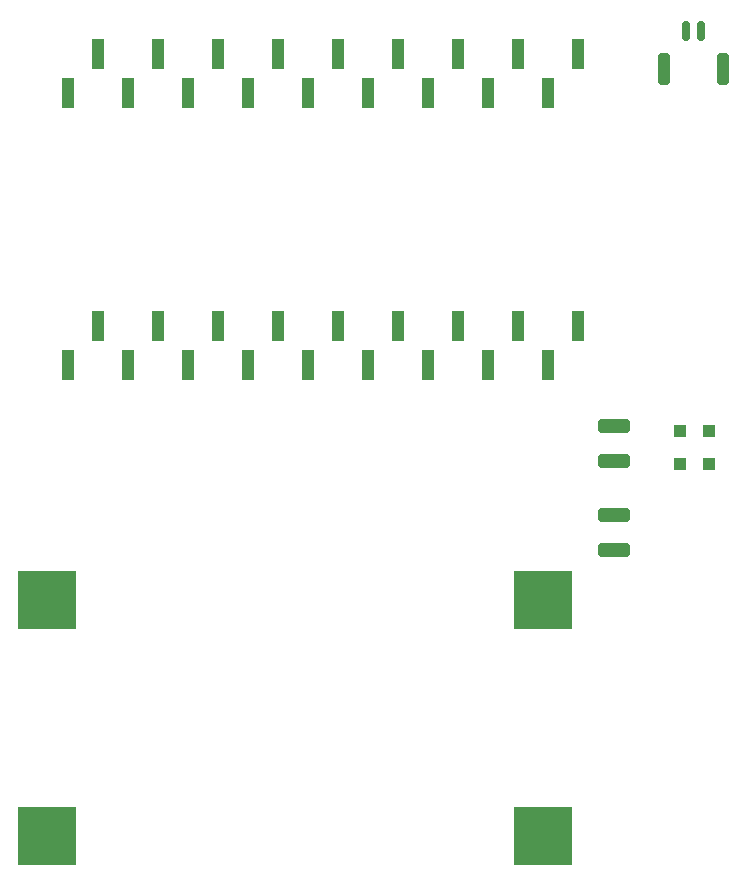
<source format=gbr>
%TF.GenerationSoftware,KiCad,Pcbnew,7.0.5-7.0.5~ubuntu22.04.1*%
%TF.CreationDate,2024-06-06T16:52:37+01:00*%
%TF.ProjectId,PBA0055-APRS-digirepeater-backplane-100x70,50424130-3035-4352-9d41-5052532d6469,rev?*%
%TF.SameCoordinates,Original*%
%TF.FileFunction,Paste,Top*%
%TF.FilePolarity,Positive*%
%FSLAX46Y46*%
G04 Gerber Fmt 4.6, Leading zero omitted, Abs format (unit mm)*
G04 Created by KiCad (PCBNEW 7.0.5-7.0.5~ubuntu22.04.1) date 2024-06-06 16:52:37*
%MOMM*%
%LPD*%
G01*
G04 APERTURE LIST*
G04 Aperture macros list*
%AMRoundRect*
0 Rectangle with rounded corners*
0 $1 Rounding radius*
0 $2 $3 $4 $5 $6 $7 $8 $9 X,Y pos of 4 corners*
0 Add a 4 corners polygon primitive as box body*
4,1,4,$2,$3,$4,$5,$6,$7,$8,$9,$2,$3,0*
0 Add four circle primitives for the rounded corners*
1,1,$1+$1,$2,$3*
1,1,$1+$1,$4,$5*
1,1,$1+$1,$6,$7*
1,1,$1+$1,$8,$9*
0 Add four rect primitives between the rounded corners*
20,1,$1+$1,$2,$3,$4,$5,0*
20,1,$1+$1,$4,$5,$6,$7,0*
20,1,$1+$1,$6,$7,$8,$9,0*
20,1,$1+$1,$8,$9,$2,$3,0*%
G04 Aperture macros list end*
%ADD10R,1.000000X2.510000*%
%ADD11RoundRect,0.250000X1.100000X-0.325000X1.100000X0.325000X-1.100000X0.325000X-1.100000X-0.325000X0*%
%ADD12RoundRect,0.250000X-0.300000X0.300000X-0.300000X-0.300000X0.300000X-0.300000X0.300000X0.300000X0*%
%ADD13RoundRect,0.150000X-0.150000X-0.700000X0.150000X-0.700000X0.150000X0.700000X-0.150000X0.700000X0*%
%ADD14RoundRect,0.250000X-0.250000X-1.100000X0.250000X-1.100000X0.250000X1.100000X-0.250000X1.100000X0*%
%ADD15R,5.000000X5.000000*%
G04 APERTURE END LIST*
D10*
%TO.C,U2*%
X160180000Y-89750000D03*
X160180000Y-66750000D03*
X157640000Y-93060000D03*
X157640000Y-70060000D03*
X155100000Y-89750000D03*
X155100000Y-66750000D03*
X152560000Y-93060000D03*
X152560000Y-70060000D03*
X150020000Y-89750000D03*
X150020000Y-66750000D03*
X147480000Y-93060000D03*
X147480000Y-70060000D03*
X144940000Y-89750000D03*
X144940000Y-66750000D03*
X142400000Y-93060000D03*
X142400000Y-70060000D03*
X139860000Y-89750000D03*
X139860000Y-66750000D03*
X137320000Y-93060000D03*
X137320000Y-70060000D03*
X134780000Y-89750000D03*
X134780000Y-66750000D03*
X132240000Y-93060000D03*
X132240000Y-70060000D03*
X129700000Y-89750000D03*
X129700000Y-66750000D03*
X127160000Y-93060000D03*
X127160000Y-70060000D03*
X124620000Y-89750000D03*
X124620000Y-66750000D03*
X122080000Y-93060000D03*
X122080000Y-70060000D03*
X119540000Y-89750000D03*
X119540000Y-66750000D03*
X117000000Y-93060000D03*
X117000000Y-70060000D03*
%TD*%
D11*
%TO.C,L1*%
X163250000Y-108750000D03*
X163250000Y-105800000D03*
%TD*%
D12*
%TO.C,D1*%
X168800000Y-98650000D03*
X168800000Y-101450000D03*
%TD*%
D13*
%TO.C,J5*%
X169350000Y-64800000D03*
X170600000Y-64800000D03*
D14*
X167500000Y-68000000D03*
X172450000Y-68000000D03*
%TD*%
D12*
%TO.C,D2*%
X171300000Y-98650000D03*
X171300000Y-101450000D03*
%TD*%
D11*
%TO.C,C1*%
X163250000Y-101250000D03*
X163250000Y-98300000D03*
%TD*%
D15*
%TO.C,U1*%
X115250000Y-113000000D03*
X115250000Y-133000000D03*
X157250000Y-113000000D03*
X157250000Y-133000000D03*
%TD*%
M02*

</source>
